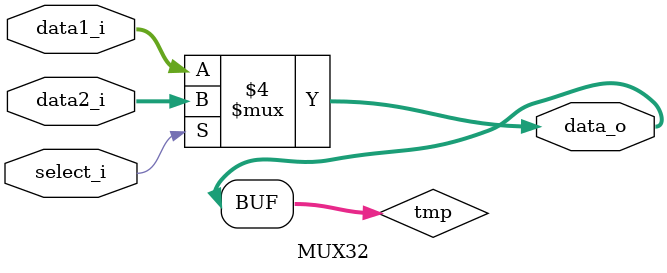
<source format=v>
module MUX32(data1_i, data2_i, select_i, data_o);

    input [31:0] data1_i,data2_i;
    input select_i;
    output [31:0] data_o;

    reg [31:0] tmp;    
    assign data_o = tmp;

    always @ (data1_i or data2_i or select_i)
    begin
        if(select_i == 1'b0)
            tmp = data1_i;
        else
            tmp = data2_i;
    end
endmodule

</source>
